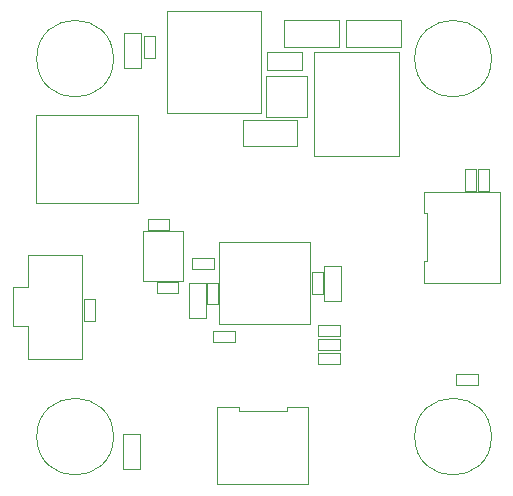
<source format=gbr>
%TF.GenerationSoftware,KiCad,Pcbnew,(6.0.0-rc1-124-g18b4ebcc17)*%
%TF.CreationDate,2021-11-25T20:10:52+05:30*%
%TF.ProjectId,Europa,4575726f-7061-42e6-9b69-6361645f7063,rev?*%
%TF.SameCoordinates,Original*%
%TF.FileFunction,Other,User*%
%FSLAX46Y46*%
G04 Gerber Fmt 4.6, Leading zero omitted, Abs format (unit mm)*
G04 Created by KiCad (PCBNEW (6.0.0-rc1-124-g18b4ebcc17)) date 2021-11-25 20:10:52*
%MOMM*%
%LPD*%
G01*
G04 APERTURE LIST*
%ADD10C,0.050000*%
G04 APERTURE END LIST*
D10*
%TO.C,C1*%
X55045000Y-51520000D02*
X56505000Y-51520000D01*
X56505000Y-51520000D02*
X56505000Y-54480000D01*
X56505000Y-54480000D02*
X55045000Y-54480000D01*
X55045000Y-54480000D02*
X55045000Y-51520000D01*
%TO.C,C2*%
X54960000Y-53910000D02*
X54040000Y-53910000D01*
X54040000Y-53910000D02*
X54040000Y-52090000D01*
X54960000Y-52090000D02*
X54960000Y-53910000D01*
X54040000Y-52090000D02*
X54960000Y-52090000D01*
%TO.C,C5*%
X45080000Y-55930000D02*
X43620000Y-55930000D01*
X43620000Y-52970000D02*
X45080000Y-52970000D01*
X45080000Y-52970000D02*
X45080000Y-55930000D01*
X43620000Y-55930000D02*
X43620000Y-52970000D01*
%TO.C,H1*%
X37250000Y-34000000D02*
G75*
G03*
X37250000Y-34000000I-3250000J0D01*
G01*
%TO.C,H2*%
X37250000Y-66000000D02*
G75*
G03*
X37250000Y-66000000I-3250000J0D01*
G01*
%TO.C,H3*%
X69250000Y-66000000D02*
G75*
G03*
X69250000Y-66000000I-3250000J0D01*
G01*
%TO.C,J3*%
X30700000Y-38800000D02*
X30700000Y-46200000D01*
X39300000Y-46200000D02*
X39300000Y-38800000D01*
X30700000Y-46200000D02*
X39300000Y-46200000D01*
X39300000Y-38800000D02*
X30700000Y-38800000D01*
%TO.C,R3*%
X68130000Y-43310000D02*
X69070000Y-43310000D01*
X69070000Y-43310000D02*
X69070000Y-45170000D01*
X69070000Y-45170000D02*
X68130000Y-45170000D01*
X68130000Y-45170000D02*
X68130000Y-43310000D01*
%TO.C,R6*%
X67970000Y-43310000D02*
X67970000Y-45170000D01*
X67030000Y-45170000D02*
X67030000Y-43310000D01*
X67970000Y-45170000D02*
X67030000Y-45170000D01*
X67030000Y-43310000D02*
X67970000Y-43310000D01*
%TO.C,R8*%
X54570000Y-59870000D02*
X54570000Y-58930000D01*
X56430000Y-59870000D02*
X54570000Y-59870000D01*
X54570000Y-58930000D02*
X56430000Y-58930000D01*
X56430000Y-58930000D02*
X56430000Y-59870000D01*
%TO.C,R12*%
X35720000Y-56170000D02*
X34780000Y-56170000D01*
X35720000Y-54310000D02*
X35720000Y-56170000D01*
X34780000Y-56170000D02*
X34780000Y-54310000D01*
X34780000Y-54310000D02*
X35720000Y-54310000D01*
%TO.C,SW1*%
X34550000Y-50600000D02*
X34550000Y-59400000D01*
X30000000Y-56650000D02*
X28700000Y-56650000D01*
X28700000Y-53350000D02*
X30000000Y-53350000D01*
X34550000Y-59400000D02*
X30000000Y-59400000D01*
X30000000Y-50600000D02*
X34550000Y-50600000D01*
X30000000Y-53350000D02*
X30000000Y-50600000D01*
X30000000Y-59400000D02*
X30000000Y-56650000D01*
X28700000Y-56650000D02*
X28700000Y-53350000D01*
%TO.C,C6*%
X45140000Y-54790000D02*
X45140000Y-52970000D01*
X46060000Y-54790000D02*
X45140000Y-54790000D01*
X45140000Y-52970000D02*
X46060000Y-52970000D01*
X46060000Y-52970000D02*
X46060000Y-54790000D01*
%TO.C,R2*%
X43870000Y-50905000D02*
X45730000Y-50905000D01*
X45730000Y-50905000D02*
X45730000Y-51845000D01*
X45730000Y-51845000D02*
X43870000Y-51845000D01*
X43870000Y-51845000D02*
X43870000Y-50905000D01*
%TO.C,C3*%
X41990000Y-48510000D02*
X40170000Y-48510000D01*
X40170000Y-47590000D02*
X41990000Y-47590000D01*
X41990000Y-47590000D02*
X41990000Y-48510000D01*
X40170000Y-48510000D02*
X40170000Y-47590000D01*
%TO.C,Y1*%
X43150000Y-48600000D02*
X39750000Y-48600000D01*
X39750000Y-52800000D02*
X43150000Y-52800000D01*
X43150000Y-52800000D02*
X43150000Y-48600000D01*
X39750000Y-48600000D02*
X39750000Y-52800000D01*
%TO.C,C4*%
X40910000Y-53810000D02*
X40910000Y-52890000D01*
X42730000Y-52890000D02*
X42730000Y-53810000D01*
X40910000Y-52890000D02*
X42730000Y-52890000D01*
X42730000Y-53810000D02*
X40910000Y-53810000D01*
%TO.C,H4*%
X69250000Y-34000000D02*
G75*
G03*
X69250000Y-34000000I-3250000J0D01*
G01*
%TO.C,U2*%
X61400000Y-42250000D02*
X61400000Y-33450000D01*
X54200000Y-33450000D02*
X54200000Y-42250000D01*
X61400000Y-33450000D02*
X54200000Y-33450000D01*
X54200000Y-42250000D02*
X61400000Y-42250000D01*
%TO.C,C8*%
X56975000Y-30750000D02*
X61575000Y-30750000D01*
X61575000Y-33050000D02*
X56975000Y-33050000D01*
X56975000Y-33050000D02*
X56975000Y-30750000D01*
X61575000Y-30750000D02*
X61575000Y-33050000D01*
%TO.C,C7*%
X56325000Y-30750000D02*
X56325000Y-33050000D01*
X51725000Y-33050000D02*
X51725000Y-30750000D01*
X51725000Y-30750000D02*
X56325000Y-30750000D01*
X56325000Y-33050000D02*
X51725000Y-33050000D01*
%TO.C,U1*%
X53850000Y-56500000D02*
X53850000Y-49500000D01*
X46150000Y-56500000D02*
X53850000Y-56500000D01*
X53850000Y-49500000D02*
X46150000Y-49500000D01*
X46150000Y-49500000D02*
X46150000Y-56500000D01*
%TO.C,FB1*%
X53217500Y-33470000D02*
X53217500Y-34930000D01*
X53217500Y-34930000D02*
X50257500Y-34930000D01*
X50257500Y-34930000D02*
X50257500Y-33470000D01*
X50257500Y-33470000D02*
X53217500Y-33470000D01*
%TO.C,R11*%
X47550000Y-57030000D02*
X47550000Y-57970000D01*
X45690000Y-57970000D02*
X45690000Y-57030000D01*
X45690000Y-57030000D02*
X47550000Y-57030000D01*
X47550000Y-57970000D02*
X45690000Y-57970000D01*
%TO.C,D4*%
X38020000Y-68730000D02*
X38020000Y-65770000D01*
X39480000Y-65770000D02*
X39480000Y-68730000D01*
X38020000Y-65770000D02*
X39480000Y-65770000D01*
X39480000Y-68730000D02*
X38020000Y-68730000D01*
%TO.C,R10*%
X54570000Y-57470000D02*
X54570000Y-56530000D01*
X54570000Y-56530000D02*
X56430000Y-56530000D01*
X56430000Y-56530000D02*
X56430000Y-57470000D01*
X56430000Y-57470000D02*
X54570000Y-57470000D01*
%TO.C,R9*%
X54570000Y-58670000D02*
X54570000Y-57730000D01*
X56430000Y-57730000D02*
X56430000Y-58670000D01*
X56430000Y-58670000D02*
X54570000Y-58670000D01*
X54570000Y-57730000D02*
X56430000Y-57730000D01*
%TO.C,J4*%
X51900000Y-63500000D02*
X53750000Y-63500000D01*
X46000000Y-63500000D02*
X46000000Y-70000000D01*
X47850000Y-63500000D02*
X46000000Y-63500000D01*
X51900000Y-63800000D02*
X51900000Y-63500000D01*
X47850000Y-63800000D02*
X47850000Y-63500000D01*
X49880000Y-63800000D02*
X47850000Y-63800000D01*
X53750000Y-70000000D02*
X49870000Y-70000000D01*
X49870000Y-63800000D02*
X51900000Y-63800000D01*
X53750000Y-63500000D02*
X53750000Y-70000000D01*
X46000000Y-70000000D02*
X49880000Y-70000000D01*
%TO.C,Q1*%
X53650000Y-35500000D02*
X53650000Y-38900000D01*
X50150000Y-38900000D02*
X50150000Y-35500000D01*
X50150000Y-35500000D02*
X53650000Y-35500000D01*
X53650000Y-38900000D02*
X50150000Y-38900000D01*
%TO.C,F1*%
X52780000Y-39180000D02*
X52780000Y-41420000D01*
X48220000Y-41420000D02*
X48220000Y-39180000D01*
X48220000Y-39180000D02*
X52780000Y-39180000D01*
X52780000Y-41420000D02*
X48220000Y-41420000D01*
%TO.C,J1*%
X41750000Y-30000000D02*
X41750000Y-38600000D01*
X41750000Y-38600000D02*
X49750000Y-38600000D01*
X49750000Y-30000000D02*
X41750000Y-30000000D01*
X49750000Y-38600000D02*
X49750000Y-30000000D01*
%TO.C,D3*%
X38120000Y-34767500D02*
X38120000Y-31807500D01*
X39580000Y-31807500D02*
X39580000Y-34767500D01*
X39580000Y-34767500D02*
X38120000Y-34767500D01*
X38120000Y-31807500D02*
X39580000Y-31807500D01*
%TO.C,R7*%
X39830000Y-33940000D02*
X39830000Y-32080000D01*
X40770000Y-33940000D02*
X39830000Y-33940000D01*
X39830000Y-32080000D02*
X40770000Y-32080000D01*
X40770000Y-32080000D02*
X40770000Y-33940000D01*
%TO.C,J2*%
X63800000Y-49130000D02*
X63800000Y-47100000D01*
X70000000Y-53000000D02*
X70000000Y-49120000D01*
X63800000Y-47100000D02*
X63500000Y-47100000D01*
X63500000Y-53000000D02*
X70000000Y-53000000D01*
X70000000Y-45250000D02*
X70000000Y-49130000D01*
X63500000Y-47100000D02*
X63500000Y-45250000D01*
X63800000Y-51150000D02*
X63500000Y-51150000D01*
X63500000Y-51150000D02*
X63500000Y-53000000D01*
X63800000Y-49120000D02*
X63800000Y-51150000D01*
X63500000Y-45250000D02*
X70000000Y-45250000D01*
%TO.C,C12*%
X66260000Y-61610000D02*
X66260000Y-60690000D01*
X66260000Y-60690000D02*
X68080000Y-60690000D01*
X68080000Y-60690000D02*
X68080000Y-61610000D01*
X68080000Y-61610000D02*
X66260000Y-61610000D01*
%TD*%
M02*

</source>
